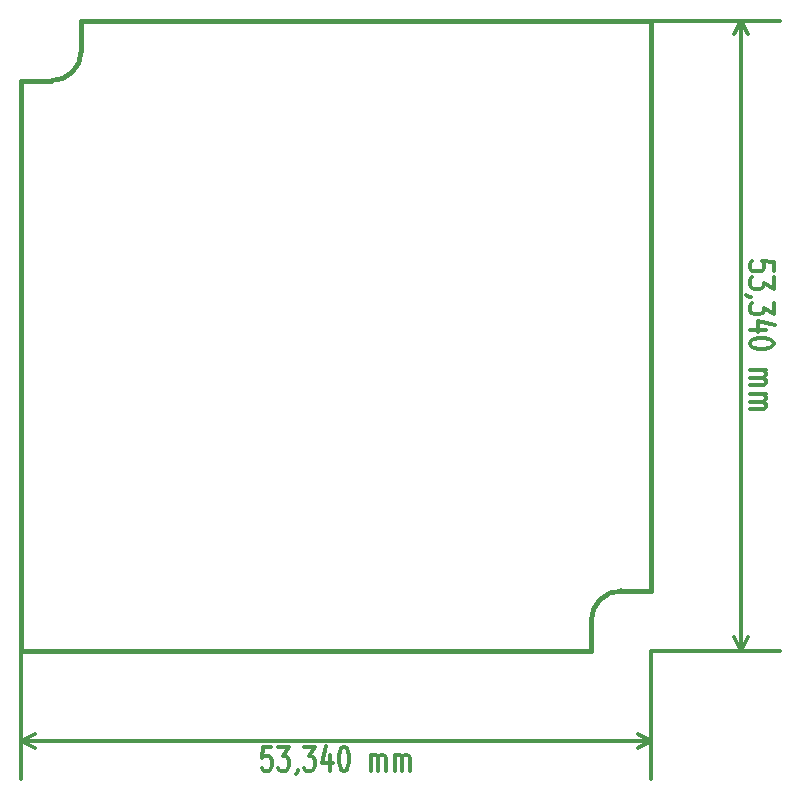
<source format=gbp>
G04 (created by PCBNEW (2013-mar-13)-testing) date Tue 11 Feb 2014 12:39:58 PM CET*
%MOIN*%
G04 Gerber Fmt 3.4, Leading zero omitted, Abs format*
%FSLAX34Y34*%
G01*
G70*
G90*
G04 APERTURE LIST*
%ADD10C,0.005906*%
%ADD11C,0.015000*%
%ADD12C,0.012000*%
G04 APERTURE END LIST*
G54D10*
G54D11*
X19000Y-40000D02*
X19000Y-21000D01*
X38000Y-40000D02*
X19000Y-40000D01*
X40000Y-19000D02*
X40000Y-38000D01*
X21000Y-19000D02*
X40000Y-19000D01*
X39000Y-38000D02*
X40000Y-38000D01*
X38000Y-39500D02*
X38000Y-40000D01*
X19500Y-21000D02*
X19000Y-21000D01*
X21000Y-19500D02*
X21000Y-19000D01*
X20000Y-21000D02*
X19500Y-21000D01*
X21000Y-20000D02*
X21000Y-19500D01*
X38000Y-39000D02*
X38000Y-39500D01*
X39000Y-38000D02*
G75*
G03X38000Y-39000I0J-1000D01*
G74*
G01*
X20000Y-21000D02*
G75*
G03X21000Y-20000I0J1000D01*
G74*
G01*
G54D12*
X44077Y-27328D02*
X44077Y-27042D01*
X43696Y-27014D01*
X43734Y-27042D01*
X43772Y-27099D01*
X43772Y-27242D01*
X43734Y-27299D01*
X43696Y-27328D01*
X43619Y-27357D01*
X43429Y-27357D01*
X43353Y-27328D01*
X43315Y-27299D01*
X43277Y-27242D01*
X43277Y-27099D01*
X43315Y-27042D01*
X43353Y-27014D01*
X44077Y-27557D02*
X44077Y-27928D01*
X43772Y-27728D01*
X43772Y-27814D01*
X43734Y-27871D01*
X43696Y-27899D01*
X43619Y-27928D01*
X43429Y-27928D01*
X43353Y-27899D01*
X43315Y-27871D01*
X43277Y-27814D01*
X43277Y-27642D01*
X43315Y-27585D01*
X43353Y-27557D01*
X43315Y-28214D02*
X43277Y-28214D01*
X43200Y-28185D01*
X43162Y-28157D01*
X44077Y-28414D02*
X44077Y-28785D01*
X43772Y-28585D01*
X43772Y-28671D01*
X43734Y-28728D01*
X43696Y-28757D01*
X43619Y-28785D01*
X43429Y-28785D01*
X43353Y-28757D01*
X43315Y-28728D01*
X43277Y-28671D01*
X43277Y-28500D01*
X43315Y-28442D01*
X43353Y-28414D01*
X43810Y-29300D02*
X43277Y-29300D01*
X44115Y-29157D02*
X43543Y-29014D01*
X43543Y-29385D01*
X44077Y-29728D02*
X44077Y-29785D01*
X44039Y-29842D01*
X44000Y-29871D01*
X43924Y-29900D01*
X43772Y-29928D01*
X43581Y-29928D01*
X43429Y-29900D01*
X43353Y-29871D01*
X43315Y-29842D01*
X43277Y-29785D01*
X43277Y-29728D01*
X43315Y-29671D01*
X43353Y-29642D01*
X43429Y-29614D01*
X43581Y-29585D01*
X43772Y-29585D01*
X43924Y-29614D01*
X44000Y-29642D01*
X44039Y-29671D01*
X44077Y-29728D01*
X43277Y-30642D02*
X43810Y-30642D01*
X43734Y-30642D02*
X43772Y-30671D01*
X43810Y-30728D01*
X43810Y-30814D01*
X43772Y-30871D01*
X43696Y-30900D01*
X43277Y-30900D01*
X43696Y-30900D02*
X43772Y-30928D01*
X43810Y-30985D01*
X43810Y-31071D01*
X43772Y-31128D01*
X43696Y-31157D01*
X43277Y-31157D01*
X43277Y-31442D02*
X43810Y-31442D01*
X43734Y-31442D02*
X43772Y-31471D01*
X43810Y-31528D01*
X43810Y-31614D01*
X43772Y-31671D01*
X43696Y-31700D01*
X43277Y-31700D01*
X43696Y-31700D02*
X43772Y-31728D01*
X43810Y-31785D01*
X43810Y-31871D01*
X43772Y-31928D01*
X43696Y-31957D01*
X43277Y-31957D01*
X42999Y-19000D02*
X42999Y-40000D01*
X40000Y-19000D02*
X44279Y-19000D01*
X40000Y-40000D02*
X44279Y-40000D01*
X42999Y-40000D02*
X42769Y-39557D01*
X42999Y-40000D02*
X43229Y-39557D01*
X42999Y-19000D02*
X42769Y-19443D01*
X42999Y-19000D02*
X43229Y-19443D01*
X27328Y-43200D02*
X27042Y-43200D01*
X27014Y-43581D01*
X27042Y-43543D01*
X27099Y-43505D01*
X27242Y-43505D01*
X27299Y-43543D01*
X27328Y-43581D01*
X27357Y-43658D01*
X27357Y-43848D01*
X27328Y-43924D01*
X27299Y-43962D01*
X27242Y-44000D01*
X27099Y-44000D01*
X27042Y-43962D01*
X27014Y-43924D01*
X27557Y-43200D02*
X27928Y-43200D01*
X27728Y-43505D01*
X27814Y-43505D01*
X27871Y-43543D01*
X27899Y-43581D01*
X27928Y-43658D01*
X27928Y-43848D01*
X27899Y-43924D01*
X27871Y-43962D01*
X27814Y-44000D01*
X27642Y-44000D01*
X27585Y-43962D01*
X27557Y-43924D01*
X28214Y-43962D02*
X28214Y-44000D01*
X28185Y-44077D01*
X28157Y-44115D01*
X28414Y-43200D02*
X28785Y-43200D01*
X28585Y-43505D01*
X28671Y-43505D01*
X28728Y-43543D01*
X28757Y-43581D01*
X28785Y-43658D01*
X28785Y-43848D01*
X28757Y-43924D01*
X28728Y-43962D01*
X28671Y-44000D01*
X28500Y-44000D01*
X28442Y-43962D01*
X28414Y-43924D01*
X29300Y-43467D02*
X29300Y-44000D01*
X29157Y-43162D02*
X29014Y-43734D01*
X29385Y-43734D01*
X29728Y-43200D02*
X29785Y-43200D01*
X29842Y-43239D01*
X29871Y-43277D01*
X29900Y-43353D01*
X29928Y-43505D01*
X29928Y-43696D01*
X29900Y-43848D01*
X29871Y-43924D01*
X29842Y-43962D01*
X29785Y-44000D01*
X29728Y-44000D01*
X29671Y-43962D01*
X29642Y-43924D01*
X29614Y-43848D01*
X29585Y-43696D01*
X29585Y-43505D01*
X29614Y-43353D01*
X29642Y-43277D01*
X29671Y-43239D01*
X29728Y-43200D01*
X30642Y-44000D02*
X30642Y-43467D01*
X30642Y-43543D02*
X30671Y-43505D01*
X30728Y-43467D01*
X30814Y-43467D01*
X30871Y-43505D01*
X30900Y-43581D01*
X30900Y-44000D01*
X30900Y-43581D02*
X30928Y-43505D01*
X30985Y-43467D01*
X31071Y-43467D01*
X31128Y-43505D01*
X31157Y-43581D01*
X31157Y-44000D01*
X31442Y-44000D02*
X31442Y-43467D01*
X31442Y-43543D02*
X31471Y-43505D01*
X31528Y-43467D01*
X31614Y-43467D01*
X31671Y-43505D01*
X31700Y-43581D01*
X31700Y-44000D01*
X31700Y-43581D02*
X31728Y-43505D01*
X31785Y-43467D01*
X31871Y-43467D01*
X31928Y-43505D01*
X31957Y-43581D01*
X31957Y-44000D01*
X19000Y-42999D02*
X40000Y-42999D01*
X19000Y-40000D02*
X19000Y-44279D01*
X40000Y-40000D02*
X40000Y-44279D01*
X40000Y-42999D02*
X39557Y-43229D01*
X40000Y-42999D02*
X39557Y-42769D01*
X19000Y-42999D02*
X19443Y-43229D01*
X19000Y-42999D02*
X19443Y-42769D01*
M02*

</source>
